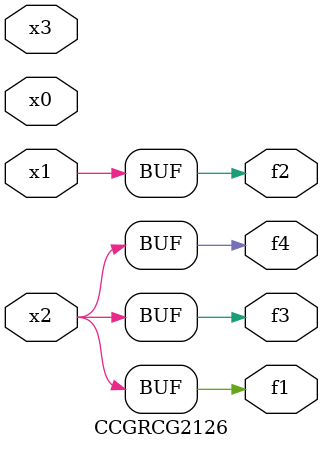
<source format=v>
module CCGRCG2126(
	input x0, x1, x2, x3,
	output f1, f2, f3, f4
);
	assign f1 = x2;
	assign f2 = x1;
	assign f3 = x2;
	assign f4 = x2;
endmodule

</source>
